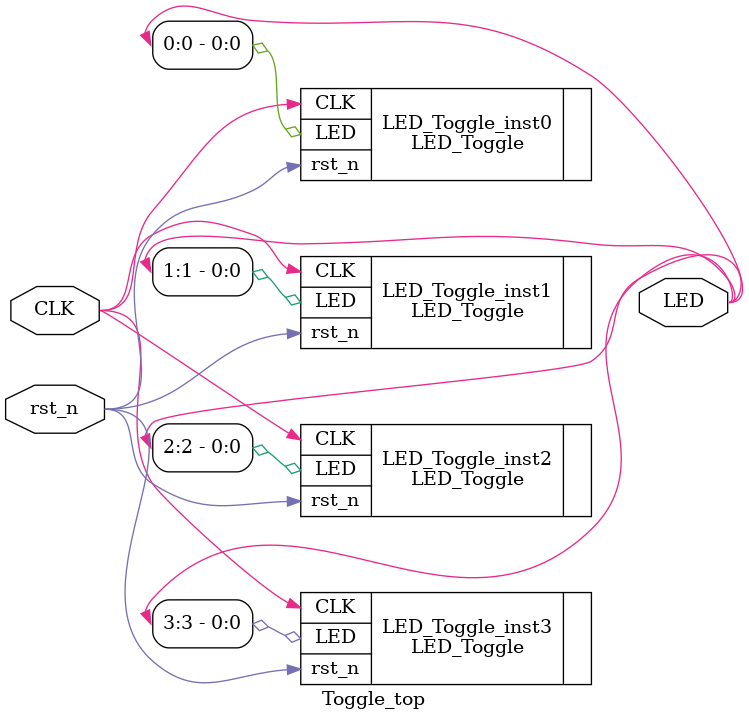
<source format=v>
`timescale 1ns / 1ps



module Toggle_top(
    rst_n,
    CLK,
    LED
);
    input rst_n;
    input CLK;
    output wire [3:0] LED;


LED_Toggle #(.MCNT(10000-1)) LED_Toggle_inst0(
    
    .CLK(CLK),
    .rst_n(rst_n),
    .LED(LED[0])
);
LED_Toggle #(.MCNT(20000-1)) LED_Toggle_inst1(
    
    .CLK(CLK),
    .rst_n(rst_n),
    .LED(LED[1])
);
LED_Toggle #(.MCNT(30000-1)) LED_Toggle_inst2(

    .CLK(CLK),
    .rst_n(rst_n),
    .LED(LED[2])
);
LED_Toggle #(.MCNT(40000-1)) LED_Toggle_inst3(

    .CLK(CLK),
    .rst_n(rst_n),
    .LED(LED[3])
);

// defparam LED_Toggle_inst0.MCNT = 10000-1;
// defparam LED_Toggle_inst1.MCNT = 20000-1;
// defparam LED_Toggle_inst2.MCNT = 30000-1;
// defparam LED_Toggle_inst3.MCNT = 40000-1;



endmodule

</source>
